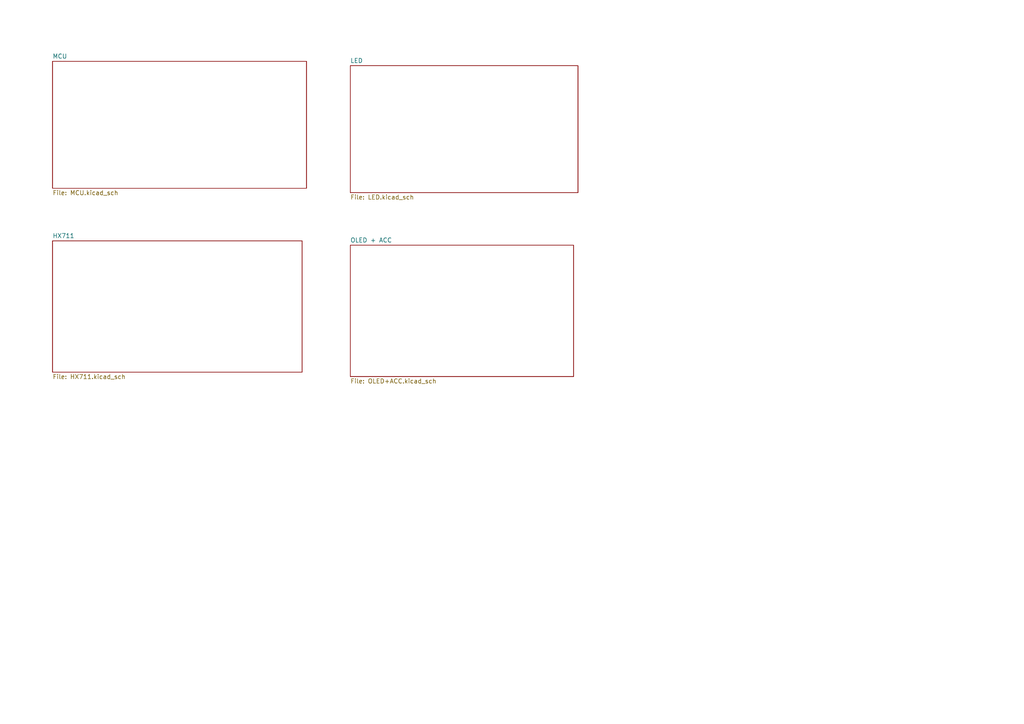
<source format=kicad_sch>
(kicad_sch (version 20230121) (generator eeschema)

  (uuid f137e4cd-6eab-42ee-a6e0-578fea995183)

  (paper "A4")

  (lib_symbols
  )


  (sheet (at 15.24 17.78) (size 73.66 36.83) (fields_autoplaced)
    (stroke (width 0.1524) (type solid))
    (fill (color 0 0 0 0.0000))
    (uuid 0d915788-e59a-41a6-a701-49ddece7bb46)
    (property "Sheetname" "MCU" (at 15.24 17.0684 0)
      (effects (font (size 1.27 1.27)) (justify left bottom))
    )
    (property "Sheetfile" "MCU.kicad_sch" (at 15.24 55.1946 0)
      (effects (font (size 1.27 1.27)) (justify left top))
    )
    (instances
      (project "Force sensor board"
        (path "/f137e4cd-6eab-42ee-a6e0-578fea995183" (page "2"))
      )
    )
  )

  (sheet (at 101.6 71.12) (size 64.77 38.1) (fields_autoplaced)
    (stroke (width 0.1524) (type solid))
    (fill (color 0 0 0 0.0000))
    (uuid 241b459e-da9d-495f-bc9f-221f4edb6a45)
    (property "Sheetname" "OLED + ACC" (at 101.6 70.4084 0)
      (effects (font (size 1.27 1.27)) (justify left bottom))
    )
    (property "Sheetfile" "OLED+ACC.kicad_sch" (at 101.6 109.8046 0)
      (effects (font (size 1.27 1.27)) (justify left top))
    )
    (instances
      (project "Force sensor board"
        (path "/f137e4cd-6eab-42ee-a6e0-578fea995183" (page "5"))
      )
    )
  )

  (sheet (at 15.24 69.85) (size 72.39 38.1) (fields_autoplaced)
    (stroke (width 0.1524) (type solid))
    (fill (color 0 0 0 0.0000))
    (uuid 71764e63-0511-4a08-b9c4-d1556f5d075a)
    (property "Sheetname" "HX711" (at 15.24 69.1384 0)
      (effects (font (size 1.27 1.27)) (justify left bottom))
    )
    (property "Sheetfile" "HX711.kicad_sch" (at 15.24 108.5346 0)
      (effects (font (size 1.27 1.27)) (justify left top))
    )
    (instances
      (project "Force sensor board"
        (path "/f137e4cd-6eab-42ee-a6e0-578fea995183" (page "3"))
      )
    )
  )

  (sheet (at 101.6 19.05) (size 66.04 36.83) (fields_autoplaced)
    (stroke (width 0.1524) (type solid))
    (fill (color 0 0 0 0.0000))
    (uuid 9c7a9ac9-2fbb-4216-998e-e4a21fbd8477)
    (property "Sheetname" "LED" (at 101.6 18.3384 0)
      (effects (font (size 1.27 1.27)) (justify left bottom))
    )
    (property "Sheetfile" "LED.kicad_sch" (at 101.6 56.4646 0)
      (effects (font (size 1.27 1.27)) (justify left top))
    )
    (instances
      (project "Force sensor board"
        (path "/f137e4cd-6eab-42ee-a6e0-578fea995183" (page "4"))
      )
    )
  )

  (sheet_instances
    (path "/" (page "1"))
  )
)

</source>
